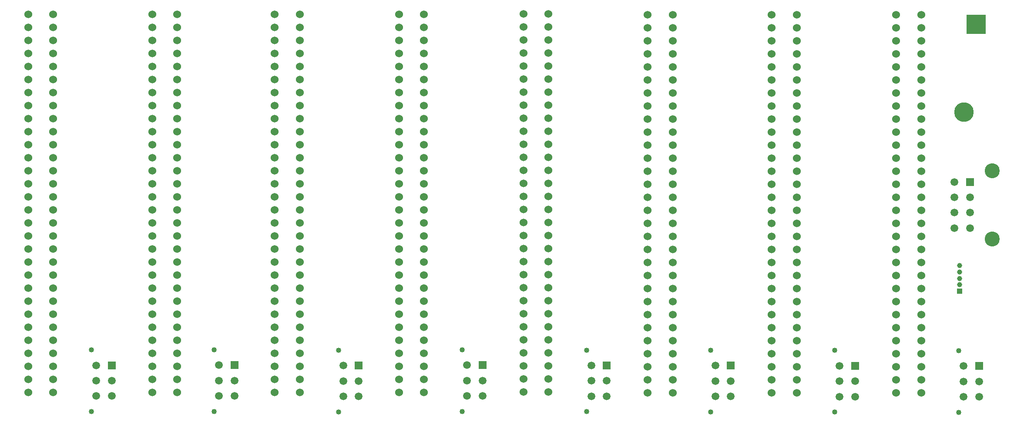
<source format=gbr>
%TF.GenerationSoftware,KiCad,Pcbnew,7.99.0-957-g18dd623122*%
%TF.CreationDate,2023-07-20T13:07:21-04:00*%
%TF.ProjectId,ESC_Carrier,4553435f-4361-4727-9269-65722e6b6963,rev?*%
%TF.SameCoordinates,Original*%
%TF.FileFunction,Soldermask,Bot*%
%TF.FilePolarity,Negative*%
%FSLAX46Y46*%
G04 Gerber Fmt 4.6, Leading zero omitted, Abs format (unit mm)*
G04 Created by KiCad (PCBNEW 7.99.0-957-g18dd623122) date 2023-07-20 13:07:21*
%MOMM*%
%LPD*%
G01*
G04 APERTURE LIST*
%ADD10C,1.020000*%
%ADD11R,1.520000X1.520000*%
%ADD12C,1.520000*%
%ADD13C,1.524000*%
%ADD14C,2.909999*%
%ADD15R,3.810000X3.810000*%
%ADD16C,3.810000*%
%ADD17R,1.000000X1.000000*%
%ADD18C,1.000000*%
G04 APERTURE END LIST*
D10*
%TO.C,J17*%
X182709000Y-103120000D03*
X182709000Y-91120000D03*
D11*
X186649000Y-94120000D03*
D12*
X186649000Y-97120000D03*
X186649000Y-100120000D03*
X183649000Y-94120000D03*
X183649000Y-97120000D03*
X183649000Y-100120000D03*
%TD*%
D10*
%TO.C,J13*%
X86149000Y-103100000D03*
X86149000Y-91100000D03*
D11*
X90089000Y-94100000D03*
D12*
X90089000Y-97100000D03*
X90089000Y-100100000D03*
X87089000Y-94100000D03*
X87089000Y-97100000D03*
X87089000Y-100100000D03*
%TD*%
D13*
%TO.C,J5*%
X122149000Y-99260000D03*
X127000000Y-99260000D03*
X122149000Y-96720000D03*
X127000000Y-96720000D03*
X122149000Y-94180000D03*
X127000000Y-94180000D03*
X122149000Y-91640000D03*
X127000000Y-91640000D03*
X122149000Y-89100000D03*
X127000000Y-89100000D03*
X122149000Y-86560000D03*
X127000000Y-86560000D03*
X122149000Y-84020000D03*
X127000000Y-84020000D03*
X122149000Y-81480000D03*
X127000000Y-81480000D03*
X122149000Y-78940000D03*
X127000000Y-78940000D03*
X122149000Y-76400000D03*
X127000000Y-76400000D03*
X122149000Y-73860000D03*
X127000000Y-73860000D03*
X122149000Y-71320000D03*
X127000000Y-71320000D03*
X122149000Y-68780000D03*
X127000000Y-68780000D03*
X122149000Y-66240000D03*
X127000000Y-66240000D03*
X122149000Y-63700000D03*
X127000000Y-63700000D03*
X122149000Y-61160000D03*
X127000000Y-61160000D03*
X122149000Y-58620000D03*
X127000000Y-58620000D03*
X122149000Y-56080000D03*
X127000000Y-56080000D03*
X122149000Y-53540000D03*
X127000000Y-53540000D03*
X122149000Y-51000000D03*
X127000000Y-51000000D03*
X122149000Y-48460000D03*
X127000000Y-48460000D03*
X122149000Y-45920000D03*
X127000000Y-45920000D03*
X122149000Y-43380000D03*
X127000000Y-43380000D03*
X122149000Y-40840000D03*
X127000000Y-40840000D03*
X122149000Y-38300000D03*
X127000000Y-38300000D03*
X122149000Y-35760000D03*
X127000000Y-35760000D03*
X122149000Y-33220000D03*
X127000000Y-33220000D03*
X122149000Y-30680000D03*
X127000000Y-30680000D03*
X122149000Y-28140000D03*
X127000000Y-28140000D03*
X122149000Y-25600000D03*
X127000000Y-25600000D03*
%TD*%
D11*
%TO.C,J10*%
X208999999Y-58300000D03*
D12*
X208999999Y-61299999D03*
X208999999Y-64299998D03*
X208999999Y-67299997D03*
X206000000Y-58300000D03*
X206000000Y-61299999D03*
X206000000Y-64299998D03*
X206000000Y-67299997D03*
D14*
X213319998Y-56150002D03*
X213319998Y-69449995D03*
%TD*%
D13*
%TO.C,J7*%
X170449000Y-99400000D03*
X175300000Y-99400000D03*
X170449000Y-96860000D03*
X175300000Y-96860000D03*
X170449000Y-94320000D03*
X175300000Y-94320000D03*
X170449000Y-91780000D03*
X175300000Y-91780000D03*
X170449000Y-89240000D03*
X175300000Y-89240000D03*
X170449000Y-86700000D03*
X175300000Y-86700000D03*
X170449000Y-84160000D03*
X175300000Y-84160000D03*
X170449000Y-81620000D03*
X175300000Y-81620000D03*
X170449000Y-79080000D03*
X175300000Y-79080000D03*
X170449000Y-76540000D03*
X175300000Y-76540000D03*
X170449000Y-74000000D03*
X175300000Y-74000000D03*
X170449000Y-71460000D03*
X175300000Y-71460000D03*
X170449000Y-68920000D03*
X175300000Y-68920000D03*
X170449000Y-66380000D03*
X175300000Y-66380000D03*
X170449000Y-63840000D03*
X175300000Y-63840000D03*
X170449000Y-61300000D03*
X175300000Y-61300000D03*
X170449000Y-58760000D03*
X175300000Y-58760000D03*
X170449000Y-56220000D03*
X175300000Y-56220000D03*
X170449000Y-53680000D03*
X175300000Y-53680000D03*
X170449000Y-51140000D03*
X175300000Y-51140000D03*
X170449000Y-48600000D03*
X175300000Y-48600000D03*
X170449000Y-46060000D03*
X175300000Y-46060000D03*
X170449000Y-43520000D03*
X175300000Y-43520000D03*
X170449000Y-40980000D03*
X175300000Y-40980000D03*
X170449000Y-38440000D03*
X175300000Y-38440000D03*
X170449000Y-35900000D03*
X175300000Y-35900000D03*
X170449000Y-33360000D03*
X175300000Y-33360000D03*
X170449000Y-30820000D03*
X175300000Y-30820000D03*
X170449000Y-28280000D03*
X175300000Y-28280000D03*
X170449000Y-25740000D03*
X175300000Y-25740000D03*
%TD*%
%TO.C,J2*%
X49900000Y-99300000D03*
X54751000Y-99300000D03*
X49900000Y-96760000D03*
X54751000Y-96760000D03*
X49900000Y-94220000D03*
X54751000Y-94220000D03*
X49900000Y-91680000D03*
X54751000Y-91680000D03*
X49900000Y-89140000D03*
X54751000Y-89140000D03*
X49900000Y-86600000D03*
X54751000Y-86600000D03*
X49900000Y-84060000D03*
X54751000Y-84060000D03*
X49900000Y-81520000D03*
X54751000Y-81520000D03*
X49900000Y-78980000D03*
X54751000Y-78980000D03*
X49900000Y-76440000D03*
X54751000Y-76440000D03*
X49900000Y-73900000D03*
X54751000Y-73900000D03*
X49900000Y-71360000D03*
X54751000Y-71360000D03*
X49900000Y-68820000D03*
X54751000Y-68820000D03*
X49900000Y-66280000D03*
X54751000Y-66280000D03*
X49900000Y-63740000D03*
X54751000Y-63740000D03*
X49900000Y-61200000D03*
X54751000Y-61200000D03*
X49900000Y-58660000D03*
X54751000Y-58660000D03*
X49900000Y-56120000D03*
X54751000Y-56120000D03*
X49900000Y-53580000D03*
X54751000Y-53580000D03*
X49900000Y-51040000D03*
X54751000Y-51040000D03*
X49900000Y-48500000D03*
X54751000Y-48500000D03*
X49900000Y-45960000D03*
X54751000Y-45960000D03*
X49900000Y-43420000D03*
X54751000Y-43420000D03*
X49900000Y-40880000D03*
X54751000Y-40880000D03*
X49900000Y-38340000D03*
X54751000Y-38340000D03*
X49900000Y-35800000D03*
X54751000Y-35800000D03*
X49900000Y-33260000D03*
X54751000Y-33260000D03*
X49900000Y-30720000D03*
X54751000Y-30720000D03*
X49900000Y-28180000D03*
X54751000Y-28180000D03*
X49900000Y-25640000D03*
X54751000Y-25640000D03*
%TD*%
D10*
%TO.C,J16*%
X158549000Y-103080000D03*
X158549000Y-91080000D03*
D11*
X162489000Y-94080000D03*
D12*
X162489000Y-97080000D03*
X162489000Y-100080000D03*
X159489000Y-94080000D03*
X159489000Y-97080000D03*
X159489000Y-100080000D03*
%TD*%
D15*
%TO.C,U1*%
X210200000Y-27600000D03*
D16*
X207800000Y-44700000D03*
%TD*%
D13*
%TO.C,J3*%
X73749000Y-99340000D03*
X78600000Y-99340000D03*
X73749000Y-96800000D03*
X78600000Y-96800000D03*
X73749000Y-94260000D03*
X78600000Y-94260000D03*
X73749000Y-91720000D03*
X78600000Y-91720000D03*
X73749000Y-89180000D03*
X78600000Y-89180000D03*
X73749000Y-86640000D03*
X78600000Y-86640000D03*
X73749000Y-84100000D03*
X78600000Y-84100000D03*
X73749000Y-81560000D03*
X78600000Y-81560000D03*
X73749000Y-79020000D03*
X78600000Y-79020000D03*
X73749000Y-76480000D03*
X78600000Y-76480000D03*
X73749000Y-73940000D03*
X78600000Y-73940000D03*
X73749000Y-71400000D03*
X78600000Y-71400000D03*
X73749000Y-68860000D03*
X78600000Y-68860000D03*
X73749000Y-66320000D03*
X78600000Y-66320000D03*
X73749000Y-63780000D03*
X78600000Y-63780000D03*
X73749000Y-61240000D03*
X78600000Y-61240000D03*
X73749000Y-58700000D03*
X78600000Y-58700000D03*
X73749000Y-56160000D03*
X78600000Y-56160000D03*
X73749000Y-53620000D03*
X78600000Y-53620000D03*
X73749000Y-51080000D03*
X78600000Y-51080000D03*
X73749000Y-48540000D03*
X78600000Y-48540000D03*
X73749000Y-46000000D03*
X78600000Y-46000000D03*
X73749000Y-43460000D03*
X78600000Y-43460000D03*
X73749000Y-40920000D03*
X78600000Y-40920000D03*
X73749000Y-38380000D03*
X78600000Y-38380000D03*
X73749000Y-35840000D03*
X78600000Y-35840000D03*
X73749000Y-33300000D03*
X78600000Y-33300000D03*
X73749000Y-30760000D03*
X78600000Y-30760000D03*
X73749000Y-28220000D03*
X78600000Y-28220000D03*
X73749000Y-25680000D03*
X78600000Y-25680000D03*
%TD*%
%TO.C,J4*%
X97949000Y-99320000D03*
X102800000Y-99320000D03*
X97949000Y-96780000D03*
X102800000Y-96780000D03*
X97949000Y-94240000D03*
X102800000Y-94240000D03*
X97949000Y-91700000D03*
X102800000Y-91700000D03*
X97949000Y-89160000D03*
X102800000Y-89160000D03*
X97949000Y-86620000D03*
X102800000Y-86620000D03*
X97949000Y-84080000D03*
X102800000Y-84080000D03*
X97949000Y-81540000D03*
X102800000Y-81540000D03*
X97949000Y-79000000D03*
X102800000Y-79000000D03*
X97949000Y-76460000D03*
X102800000Y-76460000D03*
X97949000Y-73920000D03*
X102800000Y-73920000D03*
X97949000Y-71380000D03*
X102800000Y-71380000D03*
X97949000Y-68840000D03*
X102800000Y-68840000D03*
X97949000Y-66300000D03*
X102800000Y-66300000D03*
X97949000Y-63760000D03*
X102800000Y-63760000D03*
X97949000Y-61220000D03*
X102800000Y-61220000D03*
X97949000Y-58680000D03*
X102800000Y-58680000D03*
X97949000Y-56140000D03*
X102800000Y-56140000D03*
X97949000Y-53600000D03*
X102800000Y-53600000D03*
X97949000Y-51060000D03*
X102800000Y-51060000D03*
X97949000Y-48520000D03*
X102800000Y-48520000D03*
X97949000Y-45980000D03*
X102800000Y-45980000D03*
X97949000Y-43440000D03*
X102800000Y-43440000D03*
X97949000Y-40900000D03*
X102800000Y-40900000D03*
X97949000Y-38360000D03*
X102800000Y-38360000D03*
X97949000Y-35820000D03*
X102800000Y-35820000D03*
X97949000Y-33280000D03*
X102800000Y-33280000D03*
X97949000Y-30740000D03*
X102800000Y-30740000D03*
X97949000Y-28200000D03*
X102800000Y-28200000D03*
X97949000Y-25660000D03*
X102800000Y-25660000D03*
%TD*%
%TO.C,J1*%
X25801190Y-99291500D03*
X30652190Y-99291500D03*
X25801190Y-96751500D03*
X30652190Y-96751500D03*
X25801190Y-94211500D03*
X30652190Y-94211500D03*
X25801190Y-91671500D03*
X30652190Y-91671500D03*
X25801190Y-89131500D03*
X30652190Y-89131500D03*
X25801190Y-86591500D03*
X30652190Y-86591500D03*
X25801190Y-84051500D03*
X30652190Y-84051500D03*
X25801190Y-81511500D03*
X30652190Y-81511500D03*
X25801190Y-78971500D03*
X30652190Y-78971500D03*
X25801190Y-76431500D03*
X30652190Y-76431500D03*
X25801190Y-73891500D03*
X30652190Y-73891500D03*
X25801190Y-71351500D03*
X30652190Y-71351500D03*
X25801190Y-68811500D03*
X30652190Y-68811500D03*
X25801190Y-66271500D03*
X30652190Y-66271500D03*
X25801190Y-63731500D03*
X30652190Y-63731500D03*
X25801190Y-61191500D03*
X30652190Y-61191500D03*
X25801190Y-58651500D03*
X30652190Y-58651500D03*
X25801190Y-56111500D03*
X30652190Y-56111500D03*
X25801190Y-53571500D03*
X30652190Y-53571500D03*
X25801190Y-51031500D03*
X30652190Y-51031500D03*
X25801190Y-48491500D03*
X30652190Y-48491500D03*
X25801190Y-45951500D03*
X30652190Y-45951500D03*
X25801190Y-43411500D03*
X30652190Y-43411500D03*
X25801190Y-40871500D03*
X30652190Y-40871500D03*
X25801190Y-38331500D03*
X30652190Y-38331500D03*
X25801190Y-35791500D03*
X30652190Y-35791500D03*
X25801190Y-33251500D03*
X30652190Y-33251500D03*
X25801190Y-30711500D03*
X30652190Y-30711500D03*
X25801190Y-28171500D03*
X30652190Y-28171500D03*
X25801190Y-25631500D03*
X30652190Y-25631500D03*
%TD*%
D10*
%TO.C,J12*%
X61951000Y-103000000D03*
X61951000Y-91000000D03*
D11*
X65891000Y-94000000D03*
D12*
X65891000Y-97000000D03*
X65891000Y-100000000D03*
X62891000Y-94000000D03*
X62891000Y-97000000D03*
X62891000Y-100000000D03*
%TD*%
D13*
%TO.C,J8*%
X194649000Y-99380000D03*
X199500000Y-99380000D03*
X194649000Y-96840000D03*
X199500000Y-96840000D03*
X194649000Y-94300000D03*
X199500000Y-94300000D03*
X194649000Y-91760000D03*
X199500000Y-91760000D03*
X194649000Y-89220000D03*
X199500000Y-89220000D03*
X194649000Y-86680000D03*
X199500000Y-86680000D03*
X194649000Y-84140000D03*
X199500000Y-84140000D03*
X194649000Y-81600000D03*
X199500000Y-81600000D03*
X194649000Y-79060000D03*
X199500000Y-79060000D03*
X194649000Y-76520000D03*
X199500000Y-76520000D03*
X194649000Y-73980000D03*
X199500000Y-73980000D03*
X194649000Y-71440000D03*
X199500000Y-71440000D03*
X194649000Y-68900000D03*
X199500000Y-68900000D03*
X194649000Y-66360000D03*
X199500000Y-66360000D03*
X194649000Y-63820000D03*
X199500000Y-63820000D03*
X194649000Y-61280000D03*
X199500000Y-61280000D03*
X194649000Y-58740000D03*
X199500000Y-58740000D03*
X194649000Y-56200000D03*
X199500000Y-56200000D03*
X194649000Y-53660000D03*
X199500000Y-53660000D03*
X194649000Y-51120000D03*
X199500000Y-51120000D03*
X194649000Y-48580000D03*
X199500000Y-48580000D03*
X194649000Y-46040000D03*
X199500000Y-46040000D03*
X194649000Y-43500000D03*
X199500000Y-43500000D03*
X194649000Y-40960000D03*
X199500000Y-40960000D03*
X194649000Y-38420000D03*
X199500000Y-38420000D03*
X194649000Y-35880000D03*
X199500000Y-35880000D03*
X194649000Y-33340000D03*
X199500000Y-33340000D03*
X194649000Y-30800000D03*
X199500000Y-30800000D03*
X194649000Y-28260000D03*
X199500000Y-28260000D03*
X194649000Y-25720000D03*
X199500000Y-25720000D03*
%TD*%
D17*
%TO.C,J9*%
X207000000Y-79600000D03*
D18*
X207000000Y-78350000D03*
X207000000Y-77100000D03*
X207000000Y-75850000D03*
X207000000Y-74600000D03*
%TD*%
D10*
%TO.C,J18*%
X206849000Y-103180000D03*
X206849000Y-91180000D03*
D11*
X210789000Y-94180000D03*
D12*
X210789000Y-97180000D03*
X210789000Y-100180000D03*
X207789000Y-94180000D03*
X207789000Y-97180000D03*
X207789000Y-100180000D03*
%TD*%
D10*
%TO.C,J11*%
X38101190Y-103031500D03*
X38101190Y-91031500D03*
D11*
X42041190Y-94031500D03*
D12*
X42041190Y-97031500D03*
X42041190Y-100031500D03*
X39041190Y-94031500D03*
X39041190Y-97031500D03*
X39041190Y-100031500D03*
%TD*%
D10*
%TO.C,J14*%
X110209000Y-103020000D03*
X110209000Y-91020000D03*
D11*
X114149000Y-94020000D03*
D12*
X114149000Y-97020000D03*
X114149000Y-100020000D03*
X111149000Y-94020000D03*
X111149000Y-97020000D03*
X111149000Y-100020000D03*
%TD*%
D10*
%TO.C,J15*%
X134409000Y-103060000D03*
X134409000Y-91060000D03*
D11*
X138349000Y-94060000D03*
D12*
X138349000Y-97060000D03*
X138349000Y-100060000D03*
X135349000Y-94060000D03*
X135349000Y-97060000D03*
X135349000Y-100060000D03*
%TD*%
D13*
%TO.C,J6*%
X146298000Y-99380000D03*
X151149000Y-99380000D03*
X146298000Y-96840000D03*
X151149000Y-96840000D03*
X146298000Y-94300000D03*
X151149000Y-94300000D03*
X146298000Y-91760000D03*
X151149000Y-91760000D03*
X146298000Y-89220000D03*
X151149000Y-89220000D03*
X146298000Y-86680000D03*
X151149000Y-86680000D03*
X146298000Y-84140000D03*
X151149000Y-84140000D03*
X146298000Y-81600000D03*
X151149000Y-81600000D03*
X146298000Y-79060000D03*
X151149000Y-79060000D03*
X146298000Y-76520000D03*
X151149000Y-76520000D03*
X146298000Y-73980000D03*
X151149000Y-73980000D03*
X146298000Y-71440000D03*
X151149000Y-71440000D03*
X146298000Y-68900000D03*
X151149000Y-68900000D03*
X146298000Y-66360000D03*
X151149000Y-66360000D03*
X146298000Y-63820000D03*
X151149000Y-63820000D03*
X146298000Y-61280000D03*
X151149000Y-61280000D03*
X146298000Y-58740000D03*
X151149000Y-58740000D03*
X146298000Y-56200000D03*
X151149000Y-56200000D03*
X146298000Y-53660000D03*
X151149000Y-53660000D03*
X146298000Y-51120000D03*
X151149000Y-51120000D03*
X146298000Y-48580000D03*
X151149000Y-48580000D03*
X146298000Y-46040000D03*
X151149000Y-46040000D03*
X146298000Y-43500000D03*
X151149000Y-43500000D03*
X146298000Y-40960000D03*
X151149000Y-40960000D03*
X146298000Y-38420000D03*
X151149000Y-38420000D03*
X146298000Y-35880000D03*
X151149000Y-35880000D03*
X146298000Y-33340000D03*
X151149000Y-33340000D03*
X146298000Y-30800000D03*
X151149000Y-30800000D03*
X146298000Y-28260000D03*
X151149000Y-28260000D03*
X146298000Y-25720000D03*
X151149000Y-25720000D03*
%TD*%
M02*

</source>
